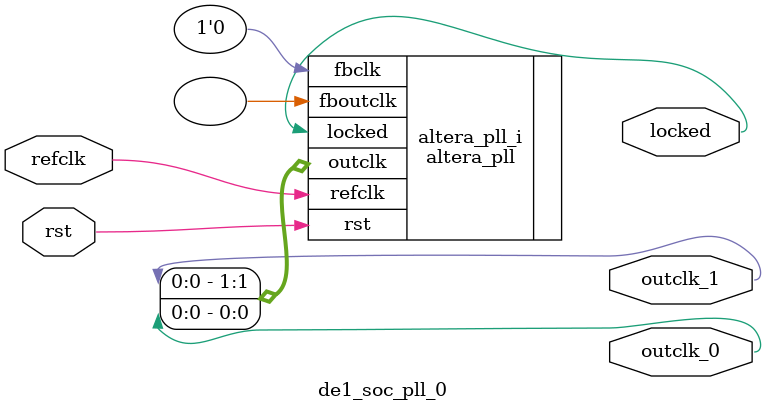
<source format=v>
`timescale 1ns/10ps
module  de1_soc_pll_0(

	// interface 'refclk'
	input wire refclk,

	// interface 'reset'
	input wire rst,

	// interface 'outclk0'
	output wire outclk_0,

	// interface 'outclk1'
	output wire outclk_1,

	// interface 'locked'
	output wire locked
);

	altera_pll #(
		.fractional_vco_multiplier("false"),
		.reference_clock_frequency("50.0 MHz"),
		.operation_mode("direct"),
		.number_of_clocks(2),
		.output_clock_frequency0("50.000000 MHz"),
		.phase_shift0("0 ps"),
		.duty_cycle0(50),
		.output_clock_frequency1("50.000000 MHz"),
		.phase_shift1("3000 ps"),
		.duty_cycle1(50),
		.output_clock_frequency2("0 MHz"),
		.phase_shift2("0 ps"),
		.duty_cycle2(50),
		.output_clock_frequency3("0 MHz"),
		.phase_shift3("0 ps"),
		.duty_cycle3(50),
		.output_clock_frequency4("0 MHz"),
		.phase_shift4("0 ps"),
		.duty_cycle4(50),
		.output_clock_frequency5("0 MHz"),
		.phase_shift5("0 ps"),
		.duty_cycle5(50),
		.output_clock_frequency6("0 MHz"),
		.phase_shift6("0 ps"),
		.duty_cycle6(50),
		.output_clock_frequency7("0 MHz"),
		.phase_shift7("0 ps"),
		.duty_cycle7(50),
		.output_clock_frequency8("0 MHz"),
		.phase_shift8("0 ps"),
		.duty_cycle8(50),
		.output_clock_frequency9("0 MHz"),
		.phase_shift9("0 ps"),
		.duty_cycle9(50),
		.output_clock_frequency10("0 MHz"),
		.phase_shift10("0 ps"),
		.duty_cycle10(50),
		.output_clock_frequency11("0 MHz"),
		.phase_shift11("0 ps"),
		.duty_cycle11(50),
		.output_clock_frequency12("0 MHz"),
		.phase_shift12("0 ps"),
		.duty_cycle12(50),
		.output_clock_frequency13("0 MHz"),
		.phase_shift13("0 ps"),
		.duty_cycle13(50),
		.output_clock_frequency14("0 MHz"),
		.phase_shift14("0 ps"),
		.duty_cycle14(50),
		.output_clock_frequency15("0 MHz"),
		.phase_shift15("0 ps"),
		.duty_cycle15(50),
		.output_clock_frequency16("0 MHz"),
		.phase_shift16("0 ps"),
		.duty_cycle16(50),
		.output_clock_frequency17("0 MHz"),
		.phase_shift17("0 ps"),
		.duty_cycle17(50),
		.pll_type("General"),
		.pll_subtype("General")
	) altera_pll_i (
		.rst	(rst),
		.outclk	({outclk_1, outclk_0}),
		.locked	(locked),
		.fboutclk	( ),
		.fbclk	(1'b0),
		.refclk	(refclk)
	);
endmodule


</source>
